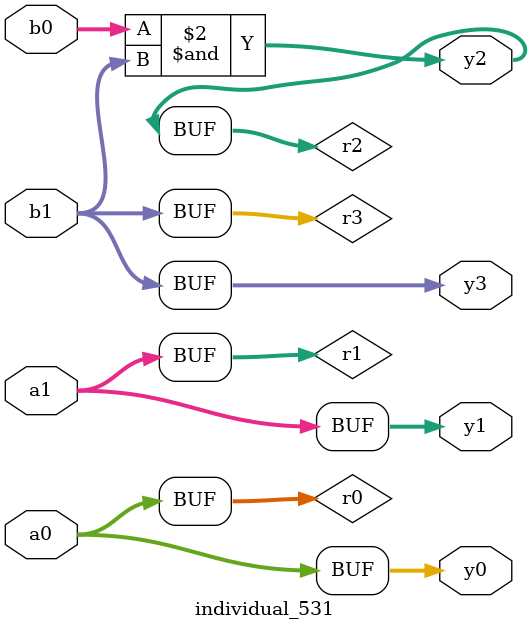
<source format=sv>
module individual_531(input logic [15:0] a1, input logic [15:0] a0, input logic [15:0] b1, input logic [15:0] b0, output logic [15:0] y3, output logic [15:0] y2, output logic [15:0] y1, output logic [15:0] y0);
logic [15:0] r0, r1, r2, r3; 
 always@(*) begin 
	 r0 = a0; r1 = a1; r2 = b0; r3 = b1; 
 	 r2  &=  b1 ;
 	 y3 = r3; y2 = r2; y1 = r1; y0 = r0; 
end
endmodule
</source>
